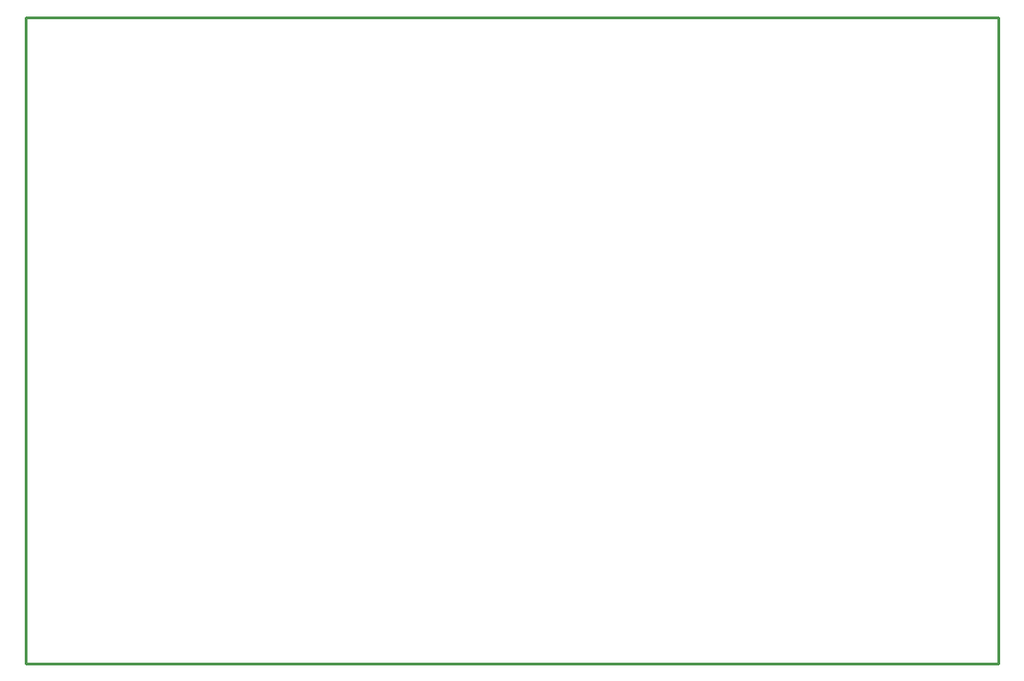
<source format=gbr>
G04 EAGLE Gerber RS-274X export*
G75*
%MOMM*%
%FSLAX34Y34*%
%LPD*%
%IN*%
%IPPOS*%
%AMOC8*
5,1,8,0,0,1.08239X$1,22.5*%
G01*
%ADD10C,0.254000*%


D10*
X25400Y139700D02*
X923800Y139700D01*
X923800Y736500D01*
X25400Y736500D01*
X25400Y139700D01*
M02*

</source>
